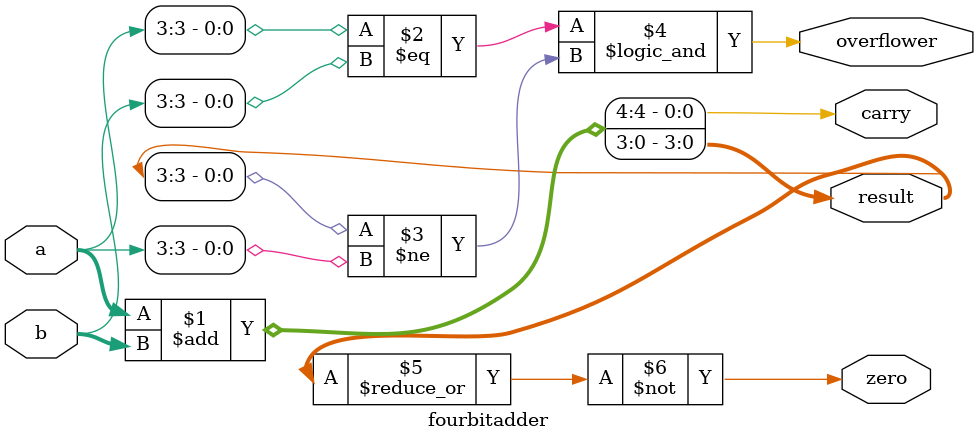
<source format=v>
module fourbitadder(
	input [3:0]a,
	input [3:0]b,
	output   overflower,
	output  [3:0]result,
	output  carry,
	output zero
);
	assign {carry,result} = a + b ;
	assign overflower = (a[3]==b[3])&&(result[3]!=a[3]);
	assign zero = ~(|result); 
endmodule

</source>
